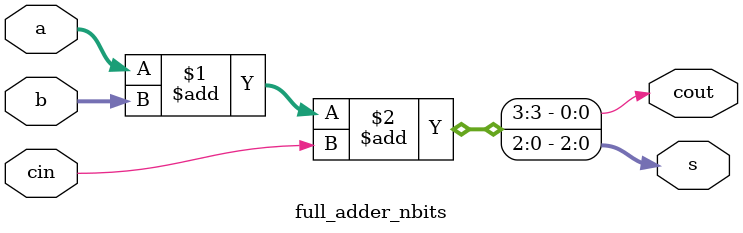
<source format=v>
module full_adder_nbits#(parameter N=3)(input [N-1:0]a,b,input cin,output[N-1:0]s,output cout);
assign {cout,s}=a+b+cin;
endmodule

</source>
